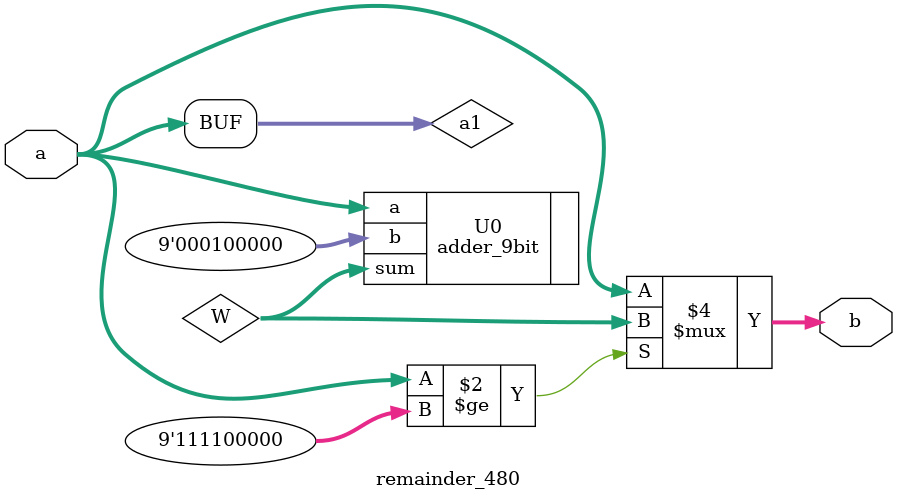
<source format=v>
`timescale 1ns / 1ps


module remainder_480(
    input [8:0] a,
    output reg [8:0] b
    );
    
    adder_9bit U0(
        .a(a),
        .b(9'd32),
        .sum(W)
    );
   
    
    wire [8:0] W;
    reg [8:0] a1;
    
    always @(W) begin
        a1=a;
        if(a1 >= 9'd480) begin
            b=W;
         end
         else b=a1;
    end
    
endmodule

</source>
